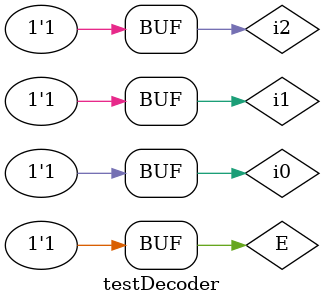
<source format=v>
module decoder3to8(E, i0, i1, i2, y0, y1, y2, y3, y4, y5, y6, y7, y8);
input E, i0, i1, i2; 
output y0, y1, y2, y3, y4, y5, y6, y7, y8;
wire w1, w2, w3; 

not a1(w1, i0);
not a2(w2, i1);
not a3(w3, i2);
and a4(y0, E, w1, w2, w3);
and a5(y1, E, w1, w2, i2);
and a6(y2, E, w1, i1, w3);
and a7(y3, E, w1, i1, i2);
and a8(y4, E, i0, w2, w3);
and a9(y5, E, i0, w2, i2);
and a10(y6, E, i0, i1, w3);
and a11(y7, E, i0, i1, i2);

endmodule

module testDecoder;
reg E, i0, i1, i2; 
wire y0, y1, y2, y3, y4, y5, y6, y7, y8; 

decoder3to8 i(E, i0, i1, i2, y0, y1, y2, y3, y4, y5, y6, y7, y8);

initial 
begin 
    E = 1'b0; 
    i0 = 1'b0; 
    i1 = 1'b0; 
    i2 = 1'b0; 

    $monitor("Time = %0t,E= %b,  i0= %b , i1= %b, i2= %b , y0= %b ; y1= %b , y2= %b , y3= %b , y4= %b , y5= %b , y6= %b , y7= %b", $time,E, i0, i1, i2, y0, y1, y2, y3, y4, y5, y6, y7 );

      #5  E = 1'b1; i0 = 1'b0;  i1 = 1'b0;  i2 = 1'b0;     
      #5  E = 1'b1; i0 = 1'b0;  i1 = 1'b0;  i2 = 1'b1;     
      #5  E = 1'b1; i0 = 1'b0;  i1 = 1'b1;  i2 = 1'b0;     
      #5  E = 1'b1; i0 = 1'b0;  i1 = 1'b1;  i2 = 1'b1;     
      #5  E = 1'b1; i0 = 1'b1;  i1 = 1'b0;  i2 = 1'b0;     
      #5  E = 1'b1; i0 = 1'b1;  i1 = 1'b0;  i2 = 1'b1;     
      #5  E = 1'b1; i0 = 1'b1;  i1 = 1'b1;  i2 = 1'b0;     
      #5  E = 1'b1; i0 = 1'b1;  i1 = 1'b1;  i2 = 1'b1;
end
endmodule     
</source>
